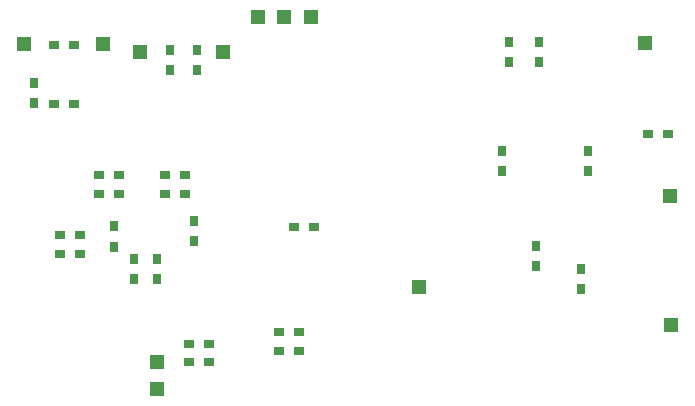
<source format=gbr>
G04 DipTrace 3.2.0.0*
G04 Science_board_v2_BottomPaste.gbr*
%MOMM*%
G04 #@! TF.FileFunction,Paste,Bot*
G04 #@! TF.Part,Single*
%ADD99R,0.9X0.8*%
%ADD101R,0.8X0.9*%
%ADD103R,1.3X1.3*%
%FSLAX35Y35*%
G04*
G71*
G90*
G75*
G01*
G04 BotPaste*
%LPD*%
D103*
X6645173Y3498343D3*
X6858000Y1111250D3*
X4730750Y1428750D3*
X2508250Y571500D3*
Y793750D3*
D101*
X2147500Y1774750D3*
Y1944750D3*
X2818737Y1818263D3*
Y1988263D3*
D99*
X2020500Y2378000D3*
X2190500D3*
X2580750D3*
X2750750D3*
X2580750Y2219250D3*
X2750750D3*
X2020500D3*
X2190500D3*
X1691750Y1870000D3*
X1861750D3*
X1691750Y1711250D3*
X1861750D3*
X1639500Y2981250D3*
X1809500D3*
D101*
X5715000Y1778000D3*
Y1608000D3*
D103*
X1385500Y3489250D3*
X2052250D3*
X6855200Y2204653D3*
D99*
X1639500Y3480020D3*
X1809500D3*
D101*
X1470500Y3161500D3*
Y2991500D3*
X6159500Y2413000D3*
Y2583000D3*
X5429250Y2413000D3*
Y2583000D3*
X5746750Y3333750D3*
Y3503750D3*
X5492750Y3333750D3*
Y3503750D3*
D99*
X6667500Y2730500D3*
X6837500D3*
D101*
X2846000Y3437000D3*
Y3267000D3*
X2623750Y3437000D3*
Y3267000D3*
X2508420Y1496053D3*
Y1666053D3*
X2317920Y1496053D3*
Y1666053D3*
X6096000Y1587500D3*
Y1417500D3*
D99*
X2952750Y952500D3*
X2782750D3*
X2952750Y793750D3*
X2782750D3*
X3714750Y1047750D3*
X3544750D3*
X3714750Y889000D3*
X3544750D3*
X3840671Y1938878D3*
X3670671D3*
D103*
X3068250Y3425750D3*
X2369750D3*
X3810000Y3714750D3*
X3587750D3*
X3365500D3*
M02*

</source>
